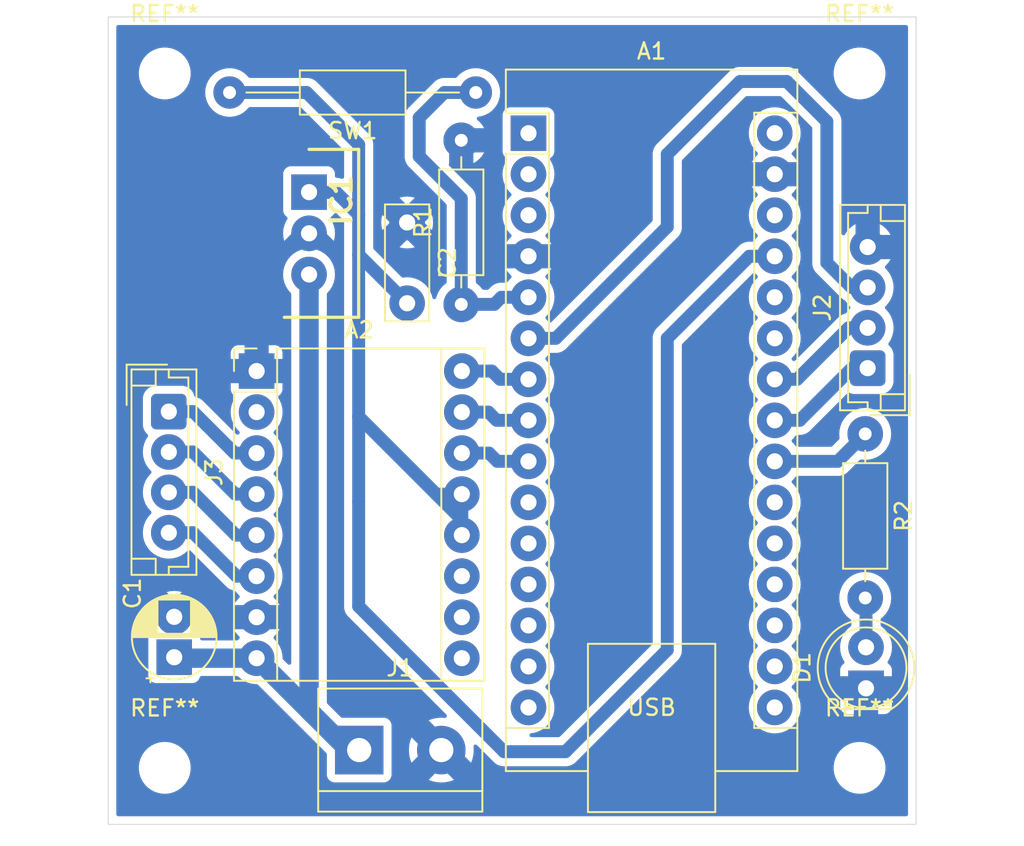
<source format=kicad_pcb>
(kicad_pcb (version 20240108) (generator "pcbnew") (generator_version "8.0")
  (layers (0 "F.Cu" signal) (31 "B.Cu" signal) (34 "B.Paste" user) (35 "F.Paste" user) (36 "B.SilkS" user "B.Silkscreen") (37 "F.SilkS" user "F.Silkscreen") (38 "B.Mask" user) (39 "F.Mask" user) (44 "Edge.Cuts" user))
  (net 0 "")
  (net 1 "D3_Interrupt")
  (net 5 "SCL")
  (net 7 "Net-(A1-D2)")
  (net 10 "Net-(A1-D5)")
  (net 20 "LED_MotorOn")
  (net 21 "+5V")
  (net 22 "Net-(A1-D4)")
  (net 24 "GND")
  (net 25 "Net-(A1-D6)")
  (net 27 "SDA")
  (net 28 "+BATT")
  (net 29 "Net-(A2-A2)")
  (net 31 "Net-(A2-A1)")
  (net 34 "Net-(A2-B1)")
  (net 36 "Net-(A2-B2)")
  (net 37 "Net-(D1-A)")
  (net 38 "unconnected-(A1-A7-Pad26)")
  (footprint "Library_komsos:CP_Radial_D5.0mm_P2.50mm_v2.2mm" (layer "F.Cu") (at 74.085 79.65 90)
    (property "Reference" "C1" (at 3.95 -2.585 90) (layer "F.SilkS"))
    (property "Value" "100u")
    (fp_line (start 1.29 -2.58) (end 1.29 2.58) (stroke (width 0.12)) (layer "F.SilkS"))
    (fp_line (start 1.25 -2.58) (end 1.25 2.58) (stroke (width 0.12)) (layer "F.SilkS"))
    (fp_line (start 1.33 -2.579) (end 1.33 2.579) (stroke (width 0.12)) (layer "F.SilkS"))
    (fp_line (start 1.37 -2.578) (end 1.37 2.578) (stroke (width 0.12)) (layer "F.SilkS"))
    (fp_line (start 1.41 -2.576) (end 1.41 2.576) (stroke (width 0.12)) (layer "F.SilkS"))
    (fp_line (start 1.45 -2.573) (end 1.45 2.573) (stroke (width 0.12)) (layer "F.SilkS"))
    (fp_line (start 1.49 -2.569) (end 1.49 -1.04) (stroke (width 0.12)) (layer "F.SilkS"))
    (fp_line (start 1.53 -2.565) (end 1.53 -1.04) (stroke (width 0.12)) (layer "F.SilkS"))
    (fp_line (start 1.57 -2.561) (end 1.57 -1.04) (stroke (width 0.12)) (layer "F.SilkS"))
    (fp_line (start 1.61 -2.556) (end 1.61 -1.04) (stroke (width 0.12)) (layer "F.SilkS"))
    (fp_line (start 1.65 -2.55) (end 1.65 -1.04) (stroke (width 0.12)) (layer "F.SilkS"))
    (fp_line (start 1.69 -2.543) (end 1.69 -1.04) (stroke (width 0.12)) (layer "F.SilkS"))
    (fp_line (start 1.73 -2.536) (end 1.73 -1.04) (stroke (width 0.12)) (layer "F.SilkS"))
    (fp_line (start 1.77 -2.528) (end 1.77 -1.04) (stroke (width 0.12)) (layer "F.SilkS"))
    (fp_line (start 1.81 -2.52) (end 1.81 -1.04) (stroke (width 0.12)) (layer "F.SilkS"))
    (fp_line (start 1.85 -2.511) (end 1.85 -1.04) (stroke (width 0.12)) (layer "F.SilkS"))
    (fp_line (start 1.89 -2.501) (end 1.89 -1.04) (stroke (width 0.12)) (layer "F.SilkS"))
    (fp_line (start 1.93 -2.491) (end 1.93 -1.04) (stroke (width 0.12)) (layer "F.SilkS"))
    (fp_line (start 1.971 -2.48) (end 1.971 -1.04) (stroke (width 0.12)) (layer "F.SilkS"))
    (fp_line (start 2.011 -2.468) (end 2.011 -1.04) (stroke (width 0.12)) (layer "F.SilkS"))
    (fp_line (start 2.051 -2.455) (end 2.051 -1.04) (stroke (width 0.12)) (layer "F.SilkS"))
    (fp_line (start 2.091 -2.442) (end 2.091 -1.04) (stroke (width 0.12)) (layer "F.SilkS"))
    (fp_line (start 2.131 -2.428) (end 2.131 -1.04) (stroke (width 0.12)) (layer "F.SilkS"))
    (fp_line (start 2.171 -2.414) (end 2.171 -1.04) (stroke (width 0.12)) (layer "F.SilkS"))
    (fp_line (start 2.211 -2.398) (end 2.211 -1.04) (stroke (width 0.12)) (layer "F.SilkS"))
    (fp_line (start 2.251 -2.382) (end 2.251 -1.04) (stroke (width 0.12)) (layer "F.SilkS"))
    (fp_line (start 2.291 -2.365) (end 2.291 -1.04) (stroke (width 0.12)) (layer "F.SilkS"))
    (fp_line (start 2.331 -2.348) (end 2.331 -1.04) (stroke (width 0.12)) (layer "F.SilkS"))
    (fp_line (start 2.371 -2.329) (end 2.371 -1.04) (stroke (width 0.12)) (layer "F.SilkS"))
    (fp_line (start 2.411 -2.31) (end 2.411 -1.04) (stroke (width 0.12)) (layer "F.SilkS"))
    (fp_line (start 2.451 -2.29) (end 2.451 -1.04) (stroke (width 0.12)) (layer "F.SilkS"))
    (fp_line (start 2.491 -2.268) (end 2.491 -1.04) (stroke (width 0.12)) (layer "F.SilkS"))
    (fp_line (start 2.531 -2.247) (end 2.531 -1.04) (stroke (width 0.12)) (layer "F.SilkS"))
    (fp_line (start 2.571 -2.224) (end 2.571 -1.04) (stroke (width 0.12)) (layer "F.SilkS"))
    (fp_line (start 2.611 -2.2) (end 2.611 -1.04) (stroke (width 0.12)) (layer "F.SilkS"))
    (fp_line (start 2.651 -2.175) (end 2.651 -1.04) (stroke (width 0.12)) (layer "F.SilkS"))
    (fp_line (start 2.691 -2.149) (end 2.691 -1.04) (stroke (width 0.12)) (layer "F.SilkS"))
    (fp_line (start 2.731 -2.122) (end 2.731 -1.04) (stroke (width 0.12)) (layer "F.SilkS"))
    (fp_line (start 2.771 -2.095) (end 2.771 -1.04) (stroke (width 0.12)) (layer "F.SilkS"))
    (fp_line (start 2.811 -2.065) (end 2.811 -1.04) (stroke (width 0.12)) (layer "F.SilkS"))
    (fp_line (start 2.851 -2.035) (end 2.851 -1.04) (stroke (width 0.12)) (layer "F.SilkS"))
    (fp_line (start 2.891 -2.004) (end 2.891 -1.04) (stroke (width 0.12)) (layer "F.SilkS"))
    (fp_line (start 2.931 -1.971) (end 2.931 -1.04) (stroke (width 0.12)) (layer "F.SilkS"))
    (fp_line (start 2.971 -1.937) (end 2.971 -1.04) (stroke (width 0.12)) (layer "F.SilkS"))
    (fp_line (start 3.011 -1.901) (end 3.011 -1.04) (stroke (width 0.12)) (layer "F.SilkS"))
    (fp_line (start 3.051 -1.864) (end 3.051 -1.04) (stroke (width 0.12)) (layer "F.SilkS"))
    (fp_line (start 3.091 -1.826) (end 3.091 -1.04) (stroke (width 0.12)) (layer "F.SilkS"))
    (fp_line (start 3.131 -1.785) (end 3.131 -1.04) (stroke (width 0.12)) (layer "F.SilkS"))
    (fp_line (start 3.171 -1.743) (end 3.171 -1.04) (stroke (width 0.12)) (layer "F.SilkS"))
    (fp_line (start -1.304775 -1.725) (end -1.304775 -1.225) (stroke (width 0.12)) (layer "F.SilkS"))
    (fp_line (start 3.211 -1.699) (end 3.211 -1.04) (stroke (width 0.12)) (layer "F.SilkS"))
    (fp_line (start 3.251 -1.653) (end 3.251 -1.04) (stroke (width 0.12)) (layer "F.SilkS"))
    (fp_line (start 3.291 -1.605) (end 3.291 -1.04) (stroke (width 0.12)) (layer "F.SilkS"))
    (fp_line (start 3.331 -1.554) (end 3.331 -1.04) (stroke (width 0.12)) (layer "F.SilkS"))
    (fp_line (start 3.371 -1.5) (end 3.371 -1.04) (stroke (width 0.12)) (layer "F.SilkS"))
    (fp_line (start -1.554775 -1.475) (end -1.054775 -1.475) (stroke (width 0.12)) (layer "F.SilkS"))
    (fp_line (start 3.411 -1.443) (end 3.411 -1.04) (stroke (width 0.12)) (layer "F.SilkS"))
    (fp_line (start 3.451 -1.383) (end 3.451 -1.04) (stroke (width 0.12)) (layer "F.SilkS"))
    (fp_line (start 3.491 -1.319) (end 3.491 -1.04) (stroke (width 0.12)) (layer "F.SilkS"))
    (fp_line (start 3.531 -1.251) (end 3.531 -1.04) (stroke (width 0.12)) (layer "F.SilkS"))
    (fp_line (start 3.571 -1.178) (end 3.571 1.178) (stroke (width 0.12)) (layer "F.SilkS"))
    (fp_line (start 3.611 -1.098) (end 3.611 1.098) (stroke (width 0.12)) (layer "F.SilkS"))
    (fp_line (start 3.651 -1.011) (end 3.651 1.011) (stroke (width 0.12)) (layer "F.SilkS"))
    (fp_line (start 3.691 -0.915) (end 3.691 0.915) (stroke (width 0.12)) (layer "F.SilkS"))
    (fp_line (start 3.731 -0.805) (end 3.731 0.805) (stroke (width 0.12)) (layer "F.SilkS"))
    (fp_line (start 3.771 -0.677) (end 3.771 0.677) (stroke (width 0.12)) (layer "F.SilkS"))
    (fp_line (start 3.811 -0.518) (end 3.811 0.518) (stroke (width 0.12)) (layer "F.SilkS"))
    (fp_line (start 3.851 -0.284) (end 3.851 0.284) (stroke (width 0.12)) (layer "F.SilkS"))
    (fp_line (start 3.531 1.04) (end 3.531 1.251) (stroke (width 0.12)) (layer "F.SilkS"))
    (fp_line (start 3.491 1.04) (end 3.491 1.319) (stroke (width 0.12)) (layer "F.SilkS"))
    (fp_line (start 3.451 1.04) (end 3.451 1.383) (stroke (width 0.12)) (layer "F.SilkS"))
    (fp_line (start 3.411 1.04) (end 3.411 1.443) (stroke (width 0.12)) (layer "F.SilkS"))
    (fp_line (start 3.371 1.04) (end 3.371 1.5) (stroke (width 0.12)) (layer "F.SilkS"))
    (fp_line (start 3.331 1.04) (end 3.331 1.554) (stroke (width 0.12)) (layer "F.SilkS"))
    (fp_line (start 3.291 1.04) (end 3.291 1.605) (stroke (width 0.12)) (layer "F.SilkS"))
    (fp_line (start 3.251 1.04) (end 3.251 1.653) (stroke (width 0.12)) (layer "F.SilkS"))
    (fp_line (start 3.211 1.04) (end 3.211 1.699) (stroke (width 0.12)) (layer "F.SilkS"))
    (fp_line (start 3.171 1.04) (end 3.171 1.743) (stroke (width 0.12)) (layer "F.SilkS"))
    (fp_line (start 3.131 1.04) (end 3.131 1.785) (stroke (width 0.12)) (layer "F.SilkS"))
    (fp_line (start 3.091 1.04) (end 3.091 1.826) (stroke (width 0.12)) (layer "F.SilkS"))
    (fp_line (start 3.051 1.04) (end 3.051 1.864) (stroke (width 0.12)) (layer "F.SilkS"))
    (fp_line (start 3.011 1.04) (end 3.011 1.901) (stroke (width 0.12)) (layer "F.SilkS"))
    (fp_line (start 2.971 1.04) (end 2.971 1.937) (stroke (width 0.12)) (layer "F.SilkS"))
    (fp_line (start 2.931 1.04) (end 2.931 1.971) (stroke (width 0.12)) (layer "F.SilkS"))
    (fp_line (start 2.891 1.04) (end 2.891 2.004) (stroke (width 0.12)) (layer "F.SilkS"))
    (fp_line (start 2.851 1.04) (end 2.851 2.035) (stroke (width 0.12)) (layer "F.SilkS"))
    (fp_line (start 2.811 1.04) (end 2.811 2.065) (stroke (width 0.12)) (layer "F.SilkS"))
    (fp_line (start 2.771 1.04) (end 2.771 2.095) (stroke (width 0.12)) (layer "F.SilkS"))
    (fp_line (start 2.731 1.04) (end 2.731 2.122) (stroke (width 0.12)) (layer "F.SilkS"))
    (fp_line (start 2.691 1.04) (end 2.691 2.149) (stroke (width 0.12)) (layer "F.SilkS"))
    (fp_line (start 2.651 1.04) (end 2.651 2.175) (stroke (width 0.12)) (layer "F.SilkS"))
    (fp_line (start 2.611 1.04) (end 2.611 2.2) (stroke (width 0.12)) (layer "F.SilkS"))
    (fp_line (start 2.571 1.04) (end 2.571 2.224) (stroke (width 0.12)) (layer "F.SilkS"))
    (fp_line (start 2.531 1.04) (end 2.531 2.247) (stroke (width 0.12)) (layer "F.SilkS"))
    (fp_line (start 2.491 1.04) (end 2.491 2.268) (stroke (width 0.12)) (layer "F.SilkS"))
    (fp_line (start 2.451 1.04) (end 2.451 2.29) (stroke (width 0.12)) (layer "F.SilkS"))
    (fp_line (start 2.411 1.04) (end 2.411 2.31) (stroke (width 0.12)) (layer "F.SilkS"))
    (fp_line (start 2.371 1.04) (end 2.371 2.329) (stroke (width 0.12)) (layer "F.SilkS"))
    (fp_line (start 2.331 1.04) (end 2.331 2.348) (stroke (width 0.12)) (layer "F.SilkS"))
    (fp_line (start 2.291 1.04) (end 2.291 2.365) (stroke (width 0.12)) (layer "F.SilkS"))
    (fp_line (start 2.251 1.04) (end 2.251 2.382) (stroke (width 0.12)) (layer "F.SilkS"))
    (fp_line (start 2.211 1.04) (end 2.211 2.398) (stroke (width 0.12)) (layer "F.SilkS"))
    (fp_line (start 2.171 1.04) (end 2.171 2.414) (stroke (width 0.12)) (layer "F.SilkS"))
    (fp_line (start 2.131 1.04) (end 2.131 2.428) (stroke (width 0.12)) (layer "F.SilkS"))
    (fp_line (start 2.091 1.04) (end 2.091 2.442) (stroke (width 0.12)) (layer "F.SilkS"))
    (fp_line (start 2.051 1.04) (end 2.051 2.455) (stroke (width 0.12)) (layer "F.SilkS"))
    (fp_line (start 2.011 1.04) (end 2.011 2.468) (stroke (width 0.12)) (layer "F.SilkS"))
    (fp_line (start 1.971 1.04) (end 1.971 2.48) (stroke (width 0.12)) (layer "F.SilkS"))
    (fp_line (start 1.93 1.04) (end 1.93 2.491) (stroke (width 0.12)) (layer "F.SilkS"))
    (fp_line (start 1.89 1.04) (end 1.89 2.501) (stroke (width 0.12)) (layer "F.SilkS"))
    (fp_line (start 1.85 1.04) (end 1.85 2.511) (stroke (width 0.12)) (layer "F.SilkS"))
    (fp_line (start 1.81 1.04) (end 1.81 2.52) (stroke (width 0.12)) (layer "F.SilkS"))
    (fp_line (start 1.77 1.04) (end 1.77 2.528) (stroke (width 0.12)) (layer "F.SilkS"))
    (fp_line (start 1.73 1.04) (end 1.73 2.536) (stroke (width 0.12)) (layer "F.SilkS"))
    (fp_line (start 1.69 1.04) (end 1.69 2.543) (stroke (width 0.12)) (layer "F.SilkS"))
    (fp_line (start 1.65 1.04) (end 1.65 2.55) (stroke (width 0.12)) (layer "F.SilkS"))
    (fp_line (start 1.61 1.04) (end 1.61 2.556) (stroke (width 0.12)) (layer "F.SilkS"))
    (fp_line (start 1.57 1.04) (end 1.57 2.561) (stroke (width 0.12)) (layer "F.SilkS"))
    (fp_line (start 1.53 1.04) (end 1.53 2.565) (stroke (width 0.12)) (layer "F.SilkS"))
    (fp_line (start 1.49 1.04) (end 1.49 2.569) (stroke (width 0.12)) (layer "F.SilkS"))
    (fp_circle (center 1.25 0) (end 3.87 0) (stroke (width 0.12)) (fill none) (layer "F.SilkS"))
    (pad "1" thru_hole rect (at 0 0 90) (size 2.2 2.2) (drill 1) (layers "*.Cu" "*.Mask") (net 28 "+BATT"))
    (pad "2" thru_hole circle (at 2.5 0 90) (size 2.2 2.2) (drill 1) (layers "*.Cu" "*.Mask") (net 24 "GND"))
  )
  (footprint "MountingHole:MountingHole_2.7mm_M2.5" (layer "F.Cu") (at 116.5 86.5)
    (property "Reference" "REF**" (at 0 -3.7 0) (layer "F.SilkS"))
    (property "Value" "MountingHole_2.7mm_M2.5")
    (pad "" np_thru_hole circle (at 0 0) (size 2.7 2.7) (drill 2.7) (layers "*.Cu" "*.Mask"))
  )
  (footprint "Library_komsos:Arduino_Nano_v2.2mm" (layer "F.Cu") (at 96.01 47.2)
    (property "Reference" "A1" (at 7.62 -5.08 0) (layer "F.SilkS"))
    (property "Value" "Arduino_Nano_v2.x")
    (fp_line (start -1.4 -3.94) (end -1.4 -1.27) (stroke (width 0.12)) (layer "F.SilkS"))
    (fp_line (start -1.4 1.27) (end -1.4 39.5) (stroke (width 0.12)) (layer "F.SilkS"))
    (fp_line (start -1.4 39.5) (end 3.68 39.5) (stroke (width 0.12)) (layer "F.SilkS"))
    (fp_line (start 1.27 -1.27) (end -1.4 -1.27) (stroke (width 0.12)) (layer "F.SilkS"))
    (fp_line (start 1.27 1.27) (end -1.4 1.27) (stroke (width 0.12)) (layer "F.SilkS"))
    (fp_line (start 1.27 1.27) (end 1.27 -1.27) (stroke (width 0.12)) (layer "F.SilkS"))
    (fp_line (start 1.27 1.27) (end 1.27 36.83) (stroke (width 0.12)) (layer "F.SilkS"))
    (fp_line (start 1.27 36.83) (end -1.4 36.83) (stroke (width 0.12)) (layer "F.SilkS"))
    (fp_line (start 3.68 31.62) (end 11.56 31.62) (stroke (width 0.12)) (layer "F.SilkS"))
    (fp_line (start 3.68 42.04) (end 3.68 31.62) (stroke (width 0.12)) (layer "F.SilkS"))
    (fp_line (start 11.56 31.62) (end 11.56 42.04) (stroke (width 0.12)) (layer "F.SilkS"))
    (fp_line (start 11.56 42.04) (end 3.68 42.04) (stroke (width 0.12)) (layer "F.SilkS"))
    (fp_line (start 13.97 -1.27) (end 13.97 36.83) (stroke (width 0.12)) (layer "F.SilkS"))
    (fp_line (start 13.97 -1.27) (end 16.64 -1.27) (stroke (width 0.12)) (layer "F.SilkS"))
    (fp_line (start 13.97 36.83) (end 16.64 36.83) (stroke (width 0.12)) (layer "F.SilkS"))
    (fp_line (start 16.64 -3.94) (end -1.4 -3.94) (stroke (width 0.12)) (layer "F.SilkS"))
    (fp_line (start 16.64 39.5) (end 11.56 39.5) (stroke (width 0.12)) (layer "F.SilkS"))
    (fp_line (start 16.64 39.5) (end 16.64 -3.94) (stroke (width 0.12)) (layer "F.SilkS"))
    (fp_text user "USB" (at 7.62 35.56 0) (layer "F.SilkS"))
    (pad "1" thru_hole rect (at 0 0) (size 2.2 2.2) (drill 1) (layers "*.Cu" "*.Mask"))
    (pad "2" thru_hole oval (at 0 2.54) (size 2.2 2.2) (drill 1) (layers "*.Cu" "*.Mask"))
    (pad "3" thru_hole oval (at 0 5.08) (size 2.2 2.2) (drill 1) (layers "*.Cu" "*.Mask"))
    (pad "4" thru_hole oval (at 0 7.62) (size 2.2 2.2) (drill 1) (layers "*.Cu" "*.Mask") (net 24 "GND"))
    (pad "5" thru_hole oval (at 0 10.16) (size 2.2 2.2) (drill 1) (layers "*.Cu" "*.Mask") (net 7 "Net-(A1-D2)"))
    (pad "6" thru_hole oval (at 0 12.7) (size 2.2 2.2) (drill 1) (layers "*.Cu" "*.Mask") (net 1 "D3_Interrupt"))
    (pad "7" thru_hole oval (at 0 15.24) (size 2.2 2.2) (drill 1) (layers "*.Cu" "*.Mask") (net 22 "Net-(A1-D4)"))
    (pad "8" thru_hole oval (at 0 17.78) (size 2.2 2.2) (drill 1) (layers "*.Cu" "*.Mask") (net 10 "Net-(A1-D5)"))
    (pad "9" thru_hole oval (at 0 20.32) (size 2.2 2.2) (drill 1) (layers "*.Cu" "*.Mask") (net 25 "Net-(A1-D6)"))
    (pad "10" thru_hole oval (at 0 22.86) (size 2.2 2.2) (drill 1) (layers "*.Cu" "*.Mask"))
    (pad "11" thru_hole oval (at 0 25.4) (size 2.2 2.2) (drill 1) (layers "*.Cu" "*.Mask"))
    (pad "12" thru_hole oval (at 0 27.94) (size 2.2 2.2) (drill 1) (layers "*.Cu" "*.Mask"))
    (pad "13" thru_hole oval (at 0 30.48) (size 2.2 2.2) (drill 1) (layers "*.Cu" "*.Mask"))
    (pad "14" thru_hole oval (at 0 33.02) (size 2.2 2.2) (drill 1) (layers "*.Cu" "*.Mask"))
    (pad "15" thru_hole oval (at 0 35.56) (size 2.2 2.2) (drill 1) (layers "*.Cu" "*.Mask"))
    (pad "16" thru_hole oval (at 15.24 35.56) (size 2.2 2.2) (drill 1) (layers "*.Cu" "*.Mask"))
    (pad "17" thru_hole oval (at 15.24 33.02) (size 2.2 2.2) (drill 1) (layers "*.Cu" "*.Mask"))
    (pad "18" thru_hole oval (at 15.24 30.48) (size 2.2 2.2) (drill 1) (layers "*.Cu" "*.Mask"))
    (pad "19" thru_hole oval (at 15.24 27.94) (size 2.2 2.2) (drill 1) (layers "*.Cu" "*.Mask"))
    (pad "20" thru_hole oval (at 15.24 25.4) (size 2.2 2.2) (drill 1) (layers "*.Cu" "*.Mask"))
    (pad "21" thru_hole oval (at 15.24 22.86) (size 2.2 2.2) (drill 1) (layers "*.Cu" "*.Mask"))
    (pad "22" thru_hole oval (at 15.24 20.32) (size 2.2 2.2) (drill 1) (layers "*.Cu" "*.Mask") (net 20 "LED_MotorOn"))
    (pad "23" thru_hole oval (at 15.24 17.78) (size 2.2 2.2) (drill 1) (layers "*.Cu" "*.Mask") (net 27 "SDA"))
    (pad "24" thru_hole oval (at 15.24 15.24) (size 2.2 2.2) (drill 1) (layers "*.Cu" "*.Mask") (net 5 "SCL"))
    (pad "25" thru_hole oval (at 15.24 12.7) (size 2.2 2.2) (drill 1) (layers "*.Cu" "*.Mask"))
    (pad "26" thru_hole oval (at 15.24 10.16) (size 2.2 2.2) (drill 1) (layers "*.Cu" "*.Mask") (net 38 "unconnected-(A1-A7-Pad26)"))
    (pad "27" thru_hole oval (at 15.24 7.62) (size 2.2 2.2) (drill 1) (layers "*.Cu" "*.Mask") (net 21 "+5V"))
    (pad "28" thru_hole oval (at 15.24 5.08) (size 2.2 2.2) (drill 1) (layers "*.Cu" "*.Mask"))
    (pad "29" thru_hole oval (at 15.24 2.54) (size 2.2 2.2) (drill 1) (layers "*.Cu" "*.Mask") (net 24 "GND"))
    (pad "30" thru_hole oval (at 15.24 0) (size 2.2 2.2) (drill 1) (layers "*.Cu" "*.Mask"))
  )
  (footprint "MountingHole:MountingHole_2.7mm_M2.5" (layer "F.Cu") (at 116.5 43.5)
    (property "Reference" "REF**" (at 0 -3.7 0) (layer "F.SilkS"))
    (property "Value" "MountingHole_2.7mm_M2.5")
    (pad "" np_thru_hole circle (at 0 0) (size 2.7 2.7) (drill 2.7) (layers "*.Cu" "*.Mask"))
  )
  (footprint "Library_komsos:TerminalBlock_bornier-2_P5.08mm_v3mm" (layer "F.Cu") (at 85.535 85.4)
    (property "Reference" "J1" (at 2.54 -5.08 0) (layer "F.SilkS"))
    (property "Value" "Alim_Batterie")
    (fp_line (start -2.54 -3.81) (end -2.54 3.81) (stroke (width 0.12)) (layer "F.SilkS"))
    (fp_line (start -2.54 3.81) (end 7.62 3.81) (stroke (width 0.12)) (layer "F.SilkS"))
    (fp_line (start 7.62 -3.81) (end -2.54 -3.81) (stroke (width 0.12)) (layer "F.SilkS"))
    (fp_line (start 7.62 2.54) (end -2.54 2.54) (stroke (width 0.12)) (layer "F.SilkS"))
    (fp_line (start 7.62 3.81) (end 7.62 -3.81) (stroke (width 0.12)) (layer "F.SilkS"))
    (pad "1" thru_hole rect (at 0 0) (size 3 3) (drill 1.5) (layers "*.Cu" "*.Mask") (net 28 "+BATT"))
    (pad "2" thru_hole circle (at 5.08 0) (size 3 3) (drill 1.5) (layers "*.Cu" "*.Mask") (net 24 "GND"))
  )
  (footprint "MountingHole:MountingHole_2.7mm_M2.5" (layer "F.Cu") (at 73.5 43.5)
    (property "Reference" "REF**" (at 0 -3.7 0) (layer "F.SilkS"))
    (property "Value" "MountingHole_2.7mm_M2.5")
    (pad "" np_thru_hole circle (at 0 0) (size 2.7 2.7) (drill 2.7) (layers "*.Cu" "*.Mask"))
  )
  (footprint "Library_komsos:Pololu_Breakout-16_15.2x20.3mm_v2.2mm" (layer "F.Cu") (at 79.185 61.93)
    (property "Reference" "A2" (at 6.35 -2.54 0) (layer "F.SilkS"))
    (property "Value" "Pololu_Breakout_DRV8825" (hide yes))
    (fp_line (start -1.4 -1.4) (end -1.4 0) (stroke (width 0.12)) (layer "F.SilkS"))
    (fp_line (start -1.4 1.27) (end -1.4 19.18) (stroke (width 0.12)) (layer "F.SilkS"))
    (fp_line (start -1.4 19.18) (end 14.1 19.18) (stroke (width 0.12)) (layer "F.SilkS"))
    (fp_line (start 0 -1.4) (end -1.4 -1.4) (stroke (width 0.12)) (layer "F.SilkS"))
    (fp_line (start 1.27 -1.4) (end 1.27 1.27) (stroke (width 0.12)) (layer "F.SilkS"))
    (fp_line (start 1.27 1.27) (end -1.4 1.27) (stroke (width 0.12)) (layer "F.SilkS"))
    (fp_line (start 1.27 1.27) (end 1.27 19.18) (stroke (width 0.12)) (layer "F.SilkS"))
    (fp_line (start 11.43 -1.4) (end 11.43 19.18) (stroke (width 0.12)) (layer "F.SilkS"))
    (fp_line (start 14.1 -1.4) (end 1.27 -1.4) (stroke (width 0.12)) (layer "F.SilkS"))
    (fp_line (start 14.1 19.18) (end 14.1 -1.4) (stroke (width 0.12)) (layer "F.SilkS"))
    (pad "1" thru_hole rect (at 0 0) (size 2.2 2.2) (drill 1) (layers "*.Cu" "*.Mask" "B.Adhes") (net 24 "GND"))
    (pad "2" thru_hole oval (at 0 2.54) (size 2.2 2.2) (drill 1) (layers "*.Cu" "*.Mask"))
    (pad "3" thru_hole oval (at 0 5.08) (size 2.2 2.2) (drill 1) (layers "*.Cu" "*.Mask") (net 29 "Net-(A2-A2)"))
    (pad "4" thru_hole oval (at 0 7.62) (size 2.2 2.2) (drill 1) (layers "*.Cu" "*.Mask") (net 31 "Net-(A2-A1)"))
    (pad "5" thru_hole oval (at 0 10.16) (size 2.2 2.2) (drill 1) (layers "*.Cu" "*.Mask") (net 34 "Net-(A2-B1)"))
    (pad "6" thru_hole oval (at 0 12.7) (size 2.2 2.2) (drill 1) (layers "*.Cu" "*.Mask") (net 36 "Net-(A2-B2)"))
    (pad "7" thru_hole oval (at 0 15.24) (size 2.2 2.2) (drill 1) (layers "*.Cu" "*.Mask") (net 24 "GND"))
    (pad "8" thru_hole oval (at 0 17.78) (size 2.2 2.2) (drill 1) (layers "*.Cu" "*.Mask") (net 28 "+BATT"))
    (pad "9" thru_hole oval (at 12.7 17.78) (size 2.2 2.2) (drill 1) (layers "*.Cu" "*.Mask"))
    (pad "10" thru_hole oval (at 12.7 15.24) (size 2.2 2.2) (drill 1) (layers "*.Cu" "*.Mask"))
    (pad "11" thru_hole oval (at 12.7 12.7) (size 2.2 2.2) (drill 1) (layers "*.Cu" "*.Mask"))
    (pad "12" thru_hole oval (at 12.7 10.16) (size 2.2 2.2) (drill 1) (layers "*.Cu" "*.Mask") (net 21 "+5V"))
    (pad "13" thru_hole oval (at 12.7 7.62) (size 2.2 2.2) (drill 1) (layers "*.Cu" "*.Mask") (net 21 "+5V"))
    (pad "14" thru_hole oval (at 12.7 5.08) (size 2.2 2.2) (drill 1) (layers "*.Cu" "*.Mask") (net 25 "Net-(A1-D6)"))
    (pad "15" thru_hole oval (at 12.7 2.54) (size 2.2 2.2) (drill 1) (layers "*.Cu" "*.Mask") (net 10 "Net-(A1-D5)"))
    (pad "16" thru_hole oval (at 12.7 0) (size 2.2 2.2) (drill 1) (layers "*.Cu" "*.Mask") (net 22 "Net-(A1-D4)"))
  )
  (footprint "Library_komsos:R_Axial_DIN0207_L6.3mm_D2.5mm_P10.16mm_Horizontal_v2.2mm" (layer "F.Cu") (at 116.85 65.82 -90)
    (property "Reference" "R2" (at 5.08 -2.37 90) (layer "F.SilkS"))
    (property "Value" "260")
    (fp_line (start 1.81 1.37) (end 8.35 1.37) (stroke (width 0.12)) (layer "F.SilkS"))
    (fp_line (start 8.35 1.37) (end 8.35 -1.37) (stroke (width 0.12)) (layer "F.SilkS"))
    (fp_line (start 1.04 0) (end 1.81 0) (stroke (width 0.12)) (layer "F.SilkS"))
    (fp_line (start 9.12 0) (end 8.35 0) (stroke (width 0.12)) (layer "F.SilkS"))
    (fp_line (start 1.81 -1.37) (end 1.81 1.37) (stroke (width 0.12)) (layer "F.SilkS"))
    (fp_line (start 8.35 -1.37) (end 1.81 -1.37) (stroke (width 0.12)) (layer "F.SilkS"))
    (pad "1" thru_hole oval (at 0 0 270) (size 2.2 2.2) (drill 0.8) (layers "*.Cu" "*.Mask") (net 20 "LED_MotorOn"))
    (pad "2" thru_hole oval (at 10.16 0 270) (size 2.2 2.2) (drill 0.8) (layers "*.Cu" "*.Mask") (net 37 "Net-(D1-A)"))
  )
  (footprint "Library_komsos:LED_D5.0mm_v2.2mm" (layer "F.Cu") (at 116.9 81.575 90)
    (property "Reference" "D1" (at 1.27 -3.96 90) (layer "F.SilkS"))
    (property "Value" "LED_MotorOn")
    (fp_line (start -1.29 -1.545) (end -1.29 1.545) (stroke (width 0.12)) (layer "F.SilkS"))
    (fp_arc (start -1.29 -1.54483) (mid 2.072002 -2.880433) (end 4.26 0.000462) (stroke (width 0.12)) (layer "F.SilkS"))
    (fp_arc (start 4.26 -0.000462) (mid 2.072002 2.880433) (end -1.29 1.54483) (stroke (width 0.12)) (layer "F.SilkS"))
    (fp_circle (center 1.27 0) (end 3.77 0) (stroke (width 0.12)) (fill none) (layer "F.SilkS"))
    (pad "1" thru_hole rect (at 0 0 90) (size 2.2 2.2) (drill 1) (layers "*.Cu" "*.Mask") (net 24 "GND"))
    (pad "2" thru_hole circle (at 2.54 0 90) (size 2.2 2.2) (drill 1) (layers "*.Cu" "*.Mask") (net 37 "Net-(D1-A)"))
  )
  (footprint "Library_komsos:R_Axial_DIN0207_L6.3mm_D2.5mm_P10.16mm_Horizontal_v2.2mm" (layer "F.Cu") (at 91.85 57.8 90)
    (property "Reference" "R1" (at 5.08 -2.37 90) (layer "F.SilkS"))
    (property "Value" "10k")
    (fp_line (start 8.35 -1.37) (end 1.81 -1.37) (stroke (width 0.12)) (layer "F.SilkS"))
    (fp_line (start 1.81 -1.37) (end 1.81 1.37) (stroke (width 0.12)) (layer "F.SilkS"))
    (fp_line (start 9.12 0) (end 8.35 0) (stroke (width 0.12)) (layer "F.SilkS"))
    (fp_line (start 1.04 0) (end 1.81 0) (stroke (width 0.12)) (layer "F.SilkS"))
    (fp_line (start 8.35 1.37) (end 8.35 -1.37) (stroke (width 0.12)) (layer "F.SilkS"))
    (fp_line (start 1.81 1.37) (end 8.35 1.37) (stroke (width 0.12)) (layer "F.SilkS"))
    (pad "1" thru_hole oval (at 0 0 90) (size 2.2 2.2) (drill 0.8) (layers "*.Cu" "*.Mask") (net 7 "Net-(A1-D2)"))
    (pad "2" thru_hole oval (at 10.16 0 90) (size 2.2 2.2) (drill 0.8) (layers "*.Cu" "*.Mask") (net 24 "GND"))
  )
  (footprint "Library_komsos:C_Rect_L7.0mm_W2.5mm_P5.00mm_v2.2mm" (layer "F.Cu") (at 88.5 52.73 -90)
    (property "Reference" "C2" (at 2.5 -2.5 90) (layer "F.SilkS"))
    (property "Value" "100n")
    (fp_line (start -1.12 1.37) (end 6.12 1.37) (stroke (width 0.12)) (layer "F.SilkS"))
    (fp_line (start -1.12 -1.37) (end -1.12 1.37) (stroke (width 0.12)) (layer "F.SilkS"))
    (fp_line (start -1.12 -1.37) (end 6.12 -1.37) (stroke (width 0.12)) (layer "F.SilkS"))
    (fp_line (start 6.12 -1.37) (end 6.12 1.37) (stroke (width 0.12)) (layer "F.SilkS"))
    (pad "1" thru_hole circle (at 0 0 270) (size 2.2 2.2) (drill 1) (layers "*.Cu" "*.Mask") (net 24 "GND"))
    (pad "2" thru_hole circle (at 5 0 270) (size 2.2 2.2) (drill 1) (layers "*.Cu" "*.Mask") (net 21 "+5V"))
  )
  (footprint "Library_komsos:L7805CV_v2.2mm" (layer "F.Cu") (at 82.43 50.85 -90)
    (property "Reference" "IC1" (at 0.5 -2 90) (layer "F.SilkS") (effects (font (size 1.27 1.27) (thickness 0.254))))
    (property "Value" "L7805CV" (hide yes))
    (fp_line (start 7.75 1.53) (end 7.75 -3.07) (stroke (width 0.2)) (layer "F.SilkS"))
    (fp_line (start -2.65 -3.07) (end -2.65 0) (stroke (width 0.2)) (layer "F.SilkS"))
    (fp_line (start 7.75 -3.07) (end -2.65 -3.07) (stroke (width 0.2)) (layer "F.SilkS"))
    (pad "1" thru_hole rect (at 0 0 270) (size 2.2 2.2) (drill 1) (layers "*.Cu" "*.Mask") (net 21 "+5V"))
    (pad "2" thru_hole circle (at 2.55 0 270) (size 2.2 2.2) (drill 1) (layers "*.Cu" "*.Mask") (net 24 "GND"))
    (pad "3" thru_hole circle (at 5.1 0 270) (size 2.2 2.2) (drill 1) (layers "*.Cu" "*.Mask") (net 28 "+BATT"))
  )
  (footprint "Library_komsos:JST_EH_B4B-EH-A_1x04_P2.50mm_Vertical_v2.2mm" (layer "F.Cu") (at 73.75 64.44 -90)
    (property "Reference" "J3" (at 3.75 -2.8 90) (layer "F.SilkS"))
    (property "Value" "Stepper_motor")
    (fp_line (start -2.91 2.61) (end -0.41 2.61) (stroke (width 0.12)) (layer "F.SilkS"))
    (fp_line (start -2.61 2.31) (end 10.11 2.31) (stroke (width 0.12)) (layer "F.SilkS"))
    (fp_line (start 10.11 2.31) (end 10.11 -1.71) (stroke (width 0.12)) (layer "F.SilkS"))
    (fp_line (start -2.61 0.81) (end -1.61 0.81) (stroke (width 0.12)) (layer "F.SilkS"))
    (fp_line (start -1.61 0.81) (end -1.61 2.31) (stroke (width 0.12)) (layer "F.SilkS"))
    (fp_line (start 9.11 0.81) (end 9.11 2.31) (stroke (width 0.12)) (layer "F.SilkS"))
    (fp_line (start 10.11 0.81) (end 9.11 0.81) (stroke (width 0.12)) (layer "F.SilkS"))
    (fp_line (start -2.91 0.11) (end -2.91 2.61) (stroke (width 0.12)) (layer "F.SilkS"))
    (fp_line (start -2.61 0) (end -2.11 0) (stroke (width 0.12)) (layer "F.SilkS"))
    (fp_line (start -2.11 0) (end -2.11 -1.21) (stroke (width 0.12)) (layer "F.SilkS"))
    (fp_line (start 9.61 0) (end 10.11 0) (stroke (width 0.12)) (layer "F.SilkS"))
    (fp_line (start -2.11 -1.21) (end 9.61 -1.21) (stroke (width 0.12)) (layer "F.SilkS"))
    (fp_line (start 9.61 -1.21) (end 9.61 0) (stroke (width 0.12)) (layer "F.SilkS"))
    (fp_line (start -2.61 -1.71) (end -2.61 2.31) (stroke (width 0.12)) (layer "F.SilkS"))
    (fp_line (start 10.11 -1.71) (end -2.61 -1.71) (stroke (width 0.12)) (layer "F.SilkS"))
    (pad "1" thru_hole roundrect (at 0 0 270) (size 2.2 2.2) (drill 1) (layers "*.Cu" "*.Mask") (roundrect_rratio 0.1470588235) (net 29 "Net-(A2-A2)"))
    (pad "2" thru_hole oval (at 2.5 0 270) (size 2.2 2.2) (drill 1) (layers "*.Cu" "*.Mask") (net 31 "Net-(A2-A1)"))
    (pad "3" thru_hole oval (at 5 0 270) (size 2.2 2.2) (drill 1) (layers "*.Cu" "*.Mask") (net 34 "Net-(A2-B1)"))
    (pad "4" thru_hole oval (at 7.5 0 270) (size 2.2 2.2) (drill 1) (layers "*.Cu" "*.Mask") (net 36 "Net-(A2-B2)"))
  )
  (footprint "Library_komsos:JST_EH_B4B-EH-A_1x04_P2.50mm_Vertical_v2.2mm" (layer "F.Cu") (at 117 61.75 90)
    (property "Reference" "J2" (at 3.75 -2.8 90) (layer "F.SilkS"))
    (property "Value" "RasPi_Communication")
    (fp_line (start 10.11 -1.71) (end -2.61 -1.71) (stroke (width 0.12)) (layer "F.SilkS"))
    (fp_line (start -2.61 -1.71) (end -2.61 2.31) (stroke (width 0.12)) (layer "F.SilkS"))
    (fp_line (start 9.61 -1.21) (end 9.61 0) (stroke (width 0.12)) (layer "F.SilkS"))
    (fp_line (start -2.11 -1.21) (end 9.61 -1.21) (stroke (width 0.12)) (layer "F.SilkS"))
    (fp_line (start 9.61 0) (end 10.11 0) (stroke (width 0.12)) (layer "F.SilkS"))
    (fp_line (start -2.11 0) (end -2.11 -1.21) (stroke (width 0.12)) (layer "F.SilkS"))
    (fp_line (start -2.61 0) (end -2.11 0) (stroke (width 0.12)) (layer "F.SilkS"))
    (fp_line (start -2.91 0.11) (end -2.91 2.61) (stroke (width 0.12)) (layer "F.SilkS"))
    (fp_line (start 10.11 0.81) (end 9.11 0.81) (stroke (width 0.12)) (layer "F.SilkS"))
    (fp_line (start 9.11 0.81) (end 9.11 2.31) (stroke (width 0.12)) (layer "F.SilkS"))
    (fp_line (start -1.61 0.81) (end -1.61 2.31) (stroke (width 0.12)) (layer "F.SilkS"))
    (fp_line (start -2.61 0.81) (end -1.61 0.81) (stroke (width 0.12)) (layer "F.SilkS"))
    (fp_line (start 10.11 2.31) (end 10.11 -1.71) (stroke (width 0.12)) (layer "F.SilkS"))
    (fp_line (start -2.61 2.31) (end 10.11 2.31) (stroke (width 0.12)) (layer "F.SilkS"))
    (fp_line (start -2.91 2.61) (end -0.41 2.61) (stroke (width 0.12)) (layer "F.SilkS"))
    (pad "1" thru_hole roundrect (at 0 0 90) (size 2.2 2.2) (drill 1) (layers "*.Cu" "*.Mask") (roundrect_rratio 0.1470588235) (net 27 "SDA"))
    (pad "2" thru_hole oval (at 2.5 0 90) (size 2.2 2.2) (drill 1) (layers "*.Cu" "*.Mask") (net 5 "SCL"))
    (pad "3" thru_hole oval (at 5 0 90) (size 2.2 2.2) (drill 1) (layers "*.Cu" "*.Mask") (net 1 "D3_Interrupt"))
    (pad "4" thru_hole oval (at 7.5 0 90) (size 2.2 2.2) (drill 1) (layers "*.Cu" "*.Mask") (net 24 "GND"))
  )
  (footprint "MountingHole:MountingHole_2.7mm_M2.5" (layer "F.Cu") (at 73.5 86.5)
    (property "Reference" "REF**" (at 0 -3.7 0) (layer "F.SilkS"))
    (property "Value" "MountingHole_2.7mm_M2.5")
    (pad "" np_thru_hole circle (at 0 0) (size 2.7 2.7) (drill 2.7) (layers "*.Cu" "*.Mask"))
  )
  (footprint "Library_komsos:R_Axial_DIN0207_L6.3mm_D2.5mm_P15.24mm_Horizontal_v2mm" (layer "F.Cu") (at 92.75 44.68 180)
    (property "Reference" "SW1" (at 7.62 -2.37 0) (layer "F.SilkS"))
    (property "Value" "SW_Auto")
    (fp_line (start 14.2 0) (end 10.89 0) (stroke (width 0.12)) (layer "F.SilkS"))
    (fp_line (start 10.89 1.37) (end 10.89 -1.37) (stroke (width 0.12)) (layer "F.SilkS"))
    (fp_line (start 10.89 -1.37) (end 4.35 -1.37) (stroke (width 0.12)) (layer "F.SilkS"))
    (fp_line (start 4.35 1.37) (end 10.89 1.37) (stroke (width 0.12)) (layer "F.SilkS"))
    (fp_line (start 4.35 -1.37) (end 4.35 1.37) (stroke (width 0.12)) (layer "F.SilkS"))
    (fp_line (start 1.04 0) (end 4.35 0) (stroke (width 0.12)) (layer "F.SilkS"))
    (pad "1" thru_hole circle (at 0 0 180) (size 2 2) (drill 0.8) (layers "*.Cu" "*.Mask") (net 7 "Net-(A1-D2)"))
    (pad "2" thru_hole oval (at 15.24 0 180) (size 2 2) (drill 0.8) (layers "*.Cu" "*.Mask") (net 21 "+5V"))
  )
  (gr_rect (start 70 40) (end 120 90) (stroke (width 0.05)) (fill none) (layer "Edge.Cuts"))
  (segment (start 104.6 48.5) (end 104.6 53) (width 0.8) (layer "B.Cu") (net 1))
  (segment (start 114.475 55.225) (end 114.475 46.475) (width 0.8) (layer "B.Cu") (net 1))
  (segment (start 97.7 59.9) (end 96.01 59.9) (width 0.8) (layer "B.Cu") (net 1))
  (segment (start 109.1 44) (end 104.6 48.5) (width 0.8) (layer "B.Cu") (net 1))
  (segment (start 117 56.75) (end 116 56.75) (width 0.8) (layer "B.Cu") (net 1))
  (segment (start 114.475 46.475) (end 112 44) (width 0.8) (layer "B.Cu") (net 1))
  (segment (start 116 56.75) (end 114.475 55.225) (width 0.8) (layer "B.Cu") (net 1))
  (segment (start 112 44) (end 109.1 44) (width 0.8) (layer "B.Cu") (net 1))
  (segment (start 104.6 53) (end 97.7 59.9) (width 0.8) (layer "B.Cu") (net 1))
  (segment (start 112.635 62.44) (end 115.825 59.25) (width 0.8) (layer "B.Cu") (net 5))
  (segment (start 111.27 62.46) (end 111.25 62.44) (width 0.8) (layer "B.Cu") (net 5))
  (segment (start 111.25 62.44) (end 112.635 62.44) (width 0.8) (layer "B.Cu") (net 5))
  (segment (start 115.825 59.25) (end 117 59.25) (width 0.8) (layer "B.Cu") (net 5))
  (segment (start 111.26 62.45) (end 111.25 62.44) (width 0.8) (layer "B.Cu") (net 5))
  (segment (start 91.85 57.8) (end 93.89 57.8) (width 0.8) (layer "B.Cu") (net 7))
  (segment (start 94.33 57.36) (end 96.01 57.36) (width 0.8) (layer "B.Cu") (net 7))
  (segment (start 90.81 44.68) (end 89.25 46.24) (width 0.8) (layer "B.Cu") (net 7))
  (segment (start 93.89 57.8) (end 94.33 57.36) (width 0.8) (layer "B.Cu") (net 7))
  (segment (start 90.81 44.68) (end 92.75 44.68) (width 0.8) (layer "B.Cu") (net 7))
  (segment (start 89.25 48.64) (end 91.85 51.24) (width 0.8) (layer "B.Cu") (net 7))
  (segment (start 89.25 46.24) (end 89.25 48.64) (width 0.8) (layer "B.Cu") (net 7))
  (segment (start 91.85 51.24) (end 91.85 57.8) (width 0.8) (layer "B.Cu") (net 7))
  (segment (start 91.885 64.47) (end 93.53 64.47) (width 0.8) (layer "B.Cu") (net 10))
  (segment (start 93.53 64.47) (end 94.04 64.98) (width 0.8) (layer "B.Cu") (net 10))
  (segment (start 94.04 64.98) (end 96.01 64.98) (width 0.8) (layer "B.Cu") (net 10))
  (segment (start 115.15 67.52) (end 116.85 65.82) (width 0.8) (layer "B.Cu") (net 20))
  (segment (start 111.25 67.52) (end 115.15 67.52) (width 0.8) (layer "B.Cu") (net 20))
  (segment (start 84.12 50.87) (end 82.45 50.87) (width 0.8) (layer "B.Cu") (net 21))
  (segment (start 84.12 50.87) (end 85.5 52.25) (width 0.8) (layer "B.Cu") (net 21))
  (segment (start 82.28 44.68) (end 85.5 47.9) (width 0.8) (layer "B.Cu") (net 21))
  (segment (start 91.885 69.55) (end 90.3 69.55) (width 0.8) (layer "B.Cu") (net 21))
  (segment (start 91.885 69.55) (end 91.885 72.09) (width 0.8) (layer "B.Cu") (net 21))
  (segment (start 104.6 59.9) (end 109.68 54.82) (width 0.8) (layer "B.Cu") (net 21))
  (segment (start 85.5 70) (end 85.5 76.5) (width 0.8) (layer "B.Cu") (net 21))
  (segment (start 90.3 69.55) (end 85.5 64.75) (width 0.8) (layer "B.Cu") (net 21))
  (segment (start 98.3 85.5) (end 104.6 79.2) (width 0.8) (layer "B.Cu") (net 21))
  (segment (start 85.52 54.75) (end 85.5 54.75) (width 0.8) (layer "B.Cu") (net 21))
  (segment (start 94.5 85.5) (end 98.3 85.5) (width 0.8) (layer "B.Cu") (net 21))
  (segment (start 91.885 72.09) (end 91.885 71.135) (width 0.8) (layer "B.Cu") (net 21))
  (segment (start 85.5 76.5) (end 94.5 85.5) (width 0.8) (layer "B.Cu") (net 21))
  (segment (start 85.5 52.25) (end 85.5 54.75) (width 0.8) (layer "B.Cu") (net 21))
  (segment (start 85.5 64.75) (end 85.5 70) (width 0.8) (layer "B.Cu") (net 21))
  (segment (start 104.6 79.2) (end 104.6 59.9) (width 0.8) (layer "B.Cu") (net 21))
  (segment (start 85.5 54.75) (end 85.5 64.75) (width 0.8) (layer "B.Cu") (net 21))
  (segment (start 85.5 47.9) (end 85.5 52.25) (width 0.8) (layer "B.Cu") (net 21))
  (segment (start 91.885 71.135) (end 90.3 69.55) (width 0.8) (layer "B.Cu") (net 21))
  (segment (start 88.5 57.73) (end 85.52 54.75) (width 0.8) (layer "B.Cu") (net 21))
  (segment (start 77.51 44.68) (end 82.28 44.68) (width 0.8) (layer "B.Cu") (net 21))
  (segment (start 109.68 54.82) (end 111.25 54.82) (width 0.8) (layer "B.Cu") (net 21))
  (segment (start 82.45 50.87) (end 82.43 50.85) (width 0.8) (layer "B.Cu") (net 21))
  (segment (start 91.885 61.93) (end 93.74 61.93) (width 0.8) (layer "B.Cu") (net 22))
  (segment (start 94.25 62.44) (end 96.01 62.44) (width 0.8) (layer "B.Cu") (net 22))
  (segment (start 93.74 61.93) (end 94.25 62.44) (width 0.8) (layer "B.Cu") (net 22))
  (segment (start 94.08 67.52) (end 96.01 67.52) (width 0.8) (layer "B.Cu") (net 25))
  (segment (start 91.885 67.01) (end 93.57 67.01) (width 0.8) (layer "B.Cu") (net 25))
  (segment (start 93.57 67.01) (end 94.08 67.52) (width 0.8) (layer "B.Cu") (net 25))
  (segment (start 111.25 64.98) (end 112.795 64.98) (width 0.8) (layer "B.Cu") (net 27))
  (segment (start 112.795 64.98) (end 116.025 61.75) (width 0.8) (layer "B.Cu") (net 27))
  (segment (start 116.025 61.75) (end 117 61.75) (width 0.8) (layer "B.Cu") (net 27))
  (segment (start 74.145 79.71) (end 74.085 79.65) (width 1.2) (layer "F.Cu") (net 28))
  (segment (start 82.43 55.95) (end 82.43 82.955) (width 1.2) (layer "B.Cu") (net 28))
  (segment (start 82.6425 83.1675) (end 81.06 81.585) (width 1.2) (layer "B.Cu") (net 28))
  (segment (start 84.875 85.4) (end 82.6425 83.1675) (width 1.2) (layer "B.Cu") (net 28))
  (segment (start 82.75 56.075) (end 82.645 55.97) (width 1.2) (layer "B.Cu") (net 28))
  (segment (start 85.535 85.4) (end 84.875 85.4) (width 1.2) (layer "B.Cu") (net 28))
  (segment (start 82.645 83.165) (end 82.6425 83.1675) (width 1.2) (layer "B.Cu") (net 28))
  (segment (start 82.43 82.955) (end 82.6425 83.1675) (width 1.2) (layer "B.Cu") (net 28))
  (segment (start 79.185 79.71) (end 74.145 79.71) (width 1.2) (layer "B.Cu") (net 28))
  (segment (start 81.06 81.585) (end 79.185 79.71) (width 1.2) (layer "B.Cu") (net 28))
  (segment (start 73.75 64.44) (end 75.25 64.44) (width 0.8) (layer "B.Cu") (net 29))
  (segment (start 75.25 64.44) (end 77.82 67.01) (width 0.8) (layer "B.Cu") (net 29))
  (segment (start 77.82 67.01) (end 79.185 67.01) (width 0.8) (layer "B.Cu") (net 29))
  (segment (start 75.25 66.94) (end 77.86 69.55) (width 0.8) (layer "B.Cu") (net 31))
  (segment (start 77.86 69.55) (end 79.185 69.55) (width 0.8) (layer "B.Cu") (net 31))
  (segment (start 73.75 66.94) (end 75.25 66.94) (width 0.8) (layer "B.Cu") (net 31))
  (segment (start 77.9 72.09) (end 79.185 72.09) (width 0.8) (layer "B.Cu") (net 34))
  (segment (start 75.25 69.44) (end 77.9 72.09) (width 0.8) (layer "B.Cu") (net 34))
  (segment (start 73.75 69.44) (end 75.25 69.44) (width 0.8) (layer "B.Cu") (net 34))
  (segment (start 77.94 74.63) (end 79.185 74.63) (width 0.8) (layer "B.Cu") (net 36))
  (segment (start 75.25 71.94) (end 77.94 74.63) (width 0.8) (layer "B.Cu") (net 36))
  (segment (start 73.75 71.94) (end 75.25 71.94) (width 0.8) (layer "B.Cu") (net 36))
  (segment (start 116.9 76.03) (end 116.85 75.98) (width 0.8) (layer "B.Cu") (net 37))
  (segment (start 116.9 79.035) (end 116.9 76.03) (width 0.8) (layer "B.Cu") (net 37))
  (segment (start 116.85 78.985) (end 116.9 79.035) (width 0.8) (layer "B.Cu") (net 37))
  (segment (start 111.26 57.37) (end 111.25 57.36) (width 0.8) (layer "B.Cu") (net 38))
  (zone (net 24) (net_name "GND") (layer "B.Cu") (connect_pads (clearance 0.5)) (min_thickness 0.25) (fill yes (thermal_gap 0.5) (thermal_bridge_width 1.5))
    (polygon (pts (xy 70 40) (xy 120 40) (xy 120 90) (xy 70 90)))
  )
)
</source>
